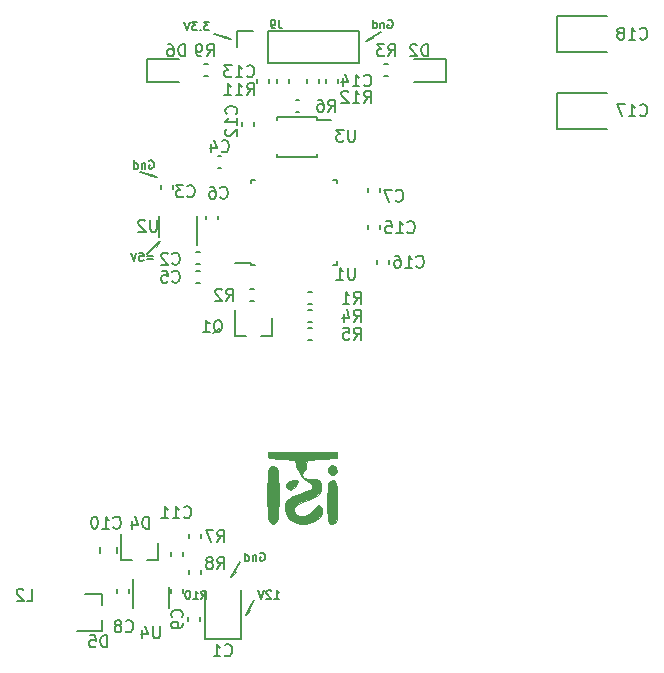
<source format=gbr>
G04 #@! TF.GenerationSoftware,KiCad,Pcbnew,(5.1.0-1252-g029b624e9)*
G04 #@! TF.CreationDate,2019-07-23T23:54:41+03:00*
G04 #@! TF.ProjectId,123,3132332e-6b69-4636-9164-5f7063625858,rev?*
G04 #@! TF.SameCoordinates,Original*
G04 #@! TF.FileFunction,Legend,Bot*
G04 #@! TF.FilePolarity,Positive*
%FSLAX46Y46*%
G04 Gerber Fmt 4.6, Leading zero omitted, Abs format (unit mm)*
G04 Created by KiCad (PCBNEW (5.1.0-1252-g029b624e9)) date 2019-07-23 23:54:41*
%MOMM*%
%LPD*%
G04 APERTURE LIST*
%ADD10C,0.120000*%
%ADD11C,0.150000*%
%ADD12C,0.010000*%
G04 APERTURE END LIST*
D10*
X96827311Y-93548337D02*
X96613913Y-94117950D01*
X97000517Y-93648336D02*
X96827311Y-93548337D01*
D11*
X96613913Y-94117950D02*
X97363912Y-92818913D01*
D10*
X96613913Y-94117950D02*
X97000517Y-93648336D01*
D11*
X99050000Y-92050000D02*
X99116666Y-92016666D01*
X99216666Y-92016666D01*
X99316666Y-92050000D01*
X99383333Y-92116666D01*
X99416666Y-92183333D01*
X99450000Y-92316666D01*
X99450000Y-92416666D01*
X99416666Y-92550000D01*
X99383333Y-92616666D01*
X99316666Y-92683333D01*
X99216666Y-92716666D01*
X99150000Y-92716666D01*
X99050000Y-92683333D01*
X99016666Y-92650000D01*
X99016666Y-92416666D01*
X99150000Y-92416666D01*
X98716666Y-92250000D02*
X98716666Y-92716666D01*
X98716666Y-92316666D02*
X98683333Y-92283333D01*
X98616666Y-92250000D01*
X98516666Y-92250000D01*
X98450000Y-92283333D01*
X98416666Y-92350000D01*
X98416666Y-92716666D01*
X97783333Y-92716666D02*
X97783333Y-92016666D01*
X97783333Y-92683333D02*
X97850000Y-92716666D01*
X97983333Y-92716666D01*
X98050000Y-92683333D01*
X98083333Y-92650000D01*
X98116666Y-92583333D01*
X98116666Y-92383333D01*
X98083333Y-92316666D01*
X98050000Y-92283333D01*
X97983333Y-92250000D01*
X97850000Y-92250000D01*
X97783333Y-92283333D01*
D10*
X97813913Y-97317950D02*
X98200517Y-96848336D01*
X98200517Y-96848336D02*
X98027311Y-96748337D01*
X98027311Y-96748337D02*
X97813913Y-97317950D01*
D11*
X97813913Y-97317950D02*
X98563912Y-96018913D01*
X100233333Y-95916666D02*
X100633333Y-95916666D01*
X100433333Y-95916666D02*
X100433333Y-95216666D01*
X100500000Y-95316666D01*
X100566666Y-95383333D01*
X100633333Y-95416666D01*
X99966666Y-95283333D02*
X99933333Y-95250000D01*
X99866666Y-95216666D01*
X99700000Y-95216666D01*
X99633333Y-95250000D01*
X99600000Y-95283333D01*
X99566666Y-95350000D01*
X99566666Y-95416666D01*
X99600000Y-95516666D01*
X100000000Y-95916666D01*
X99566666Y-95916666D01*
X99366666Y-95216666D02*
X99133333Y-95916666D01*
X98900000Y-95216666D01*
D10*
X108475489Y-48320334D02*
X108005875Y-48706935D01*
X108575488Y-48493539D02*
X108475489Y-48320334D01*
D11*
X108005875Y-48706935D02*
X109304914Y-47956938D01*
D10*
X108005875Y-48706935D02*
X108575488Y-48493539D01*
D11*
X109850000Y-46950000D02*
X109916666Y-46916666D01*
X110016666Y-46916666D01*
X110116666Y-46950000D01*
X110183333Y-47016666D01*
X110216666Y-47083333D01*
X110250000Y-47216666D01*
X110250000Y-47316666D01*
X110216666Y-47450000D01*
X110183333Y-47516666D01*
X110116666Y-47583333D01*
X110016666Y-47616666D01*
X109950000Y-47616666D01*
X109850000Y-47583333D01*
X109816666Y-47550000D01*
X109816666Y-47316666D01*
X109950000Y-47316666D01*
X109516666Y-47150000D02*
X109516666Y-47616666D01*
X109516666Y-47216666D02*
X109483333Y-47183333D01*
X109416666Y-47150000D01*
X109316666Y-47150000D01*
X109250000Y-47183333D01*
X109216666Y-47250000D01*
X109216666Y-47616666D01*
X108583333Y-47616666D02*
X108583333Y-46916666D01*
X108583333Y-47583333D02*
X108650000Y-47616666D01*
X108783333Y-47616666D01*
X108850000Y-47583333D01*
X108883333Y-47550000D01*
X108916666Y-47483333D01*
X108916666Y-47283333D01*
X108883333Y-47216666D01*
X108850000Y-47183333D01*
X108783333Y-47150000D01*
X108650000Y-47150000D01*
X108583333Y-47183333D01*
D10*
X96614963Y-48515206D02*
X96061290Y-48263321D01*
X96061290Y-48263321D02*
X96009525Y-48456507D01*
X96009525Y-48456507D02*
X96614963Y-48515206D01*
D11*
X96614963Y-48515206D02*
X95166074Y-48126977D01*
X94733333Y-47116666D02*
X94300000Y-47116666D01*
X94533333Y-47383333D01*
X94433333Y-47383333D01*
X94366666Y-47416666D01*
X94333333Y-47450000D01*
X94300000Y-47516666D01*
X94300000Y-47683333D01*
X94333333Y-47750000D01*
X94366666Y-47783333D01*
X94433333Y-47816666D01*
X94633333Y-47816666D01*
X94700000Y-47783333D01*
X94733333Y-47750000D01*
X94000000Y-47750000D02*
X93966666Y-47783333D01*
X94000000Y-47816666D01*
X94033333Y-47783333D01*
X94000000Y-47750000D01*
X94000000Y-47816666D01*
X93733333Y-47116666D02*
X93300000Y-47116666D01*
X93533333Y-47383333D01*
X93433333Y-47383333D01*
X93366666Y-47416666D01*
X93333333Y-47450000D01*
X93300000Y-47516666D01*
X93300000Y-47683333D01*
X93333333Y-47750000D01*
X93366666Y-47783333D01*
X93433333Y-47816666D01*
X93633333Y-47816666D01*
X93700000Y-47783333D01*
X93733333Y-47750000D01*
X93100000Y-47116666D02*
X92866666Y-47816666D01*
X92633333Y-47116666D01*
D10*
X89761290Y-59963321D02*
X89709525Y-60156507D01*
X90314963Y-60215206D02*
X89761290Y-59963321D01*
D11*
X90314963Y-60215206D02*
X88866074Y-59826977D01*
D10*
X89709525Y-60156507D02*
X90314963Y-60215206D01*
D11*
X89650000Y-58850000D02*
X89716666Y-58816666D01*
X89816666Y-58816666D01*
X89916666Y-58850000D01*
X89983333Y-58916666D01*
X90016666Y-58983333D01*
X90050000Y-59116666D01*
X90050000Y-59216666D01*
X90016666Y-59350000D01*
X89983333Y-59416666D01*
X89916666Y-59483333D01*
X89816666Y-59516666D01*
X89750000Y-59516666D01*
X89650000Y-59483333D01*
X89616666Y-59450000D01*
X89616666Y-59216666D01*
X89750000Y-59216666D01*
X89316666Y-59050000D02*
X89316666Y-59516666D01*
X89316666Y-59116666D02*
X89283333Y-59083333D01*
X89216666Y-59050000D01*
X89116666Y-59050000D01*
X89050000Y-59083333D01*
X89016666Y-59150000D01*
X89016666Y-59516666D01*
X88383333Y-59516666D02*
X88383333Y-58816666D01*
X88383333Y-59483333D02*
X88450000Y-59516666D01*
X88583333Y-59516666D01*
X88650000Y-59483333D01*
X88683333Y-59450000D01*
X88716666Y-59383333D01*
X88716666Y-59183333D01*
X88683333Y-59116666D01*
X88650000Y-59083333D01*
X88583333Y-59050000D01*
X88450000Y-59050000D01*
X88383333Y-59083333D01*
D10*
X90065685Y-65992893D02*
X90207107Y-66134315D01*
X90560660Y-65639340D02*
X90065685Y-65992893D01*
D11*
X90560660Y-65639340D02*
X89500000Y-66700000D01*
D10*
X90207107Y-66134315D02*
X90560660Y-65639340D01*
D11*
X90000000Y-66950000D02*
X89466666Y-66950000D01*
X89466666Y-67150000D02*
X90000000Y-67150000D01*
X88800000Y-66616666D02*
X89133333Y-66616666D01*
X89166666Y-66950000D01*
X89133333Y-66916666D01*
X89066666Y-66883333D01*
X88900000Y-66883333D01*
X88833333Y-66916666D01*
X88800000Y-66950000D01*
X88766666Y-67016666D01*
X88766666Y-67183333D01*
X88800000Y-67250000D01*
X88833333Y-67283333D01*
X88900000Y-67316666D01*
X89066666Y-67316666D01*
X89133333Y-67283333D01*
X89166666Y-67250000D01*
X88566666Y-66616666D02*
X88333333Y-67316666D01*
X88100000Y-66616666D01*
X100077000Y-73642000D02*
X100077000Y-72182000D01*
X96917000Y-73642000D02*
X96917000Y-71482000D01*
X96917000Y-73642000D02*
X97847000Y-73642000D01*
X100077000Y-73642000D02*
X99147000Y-73642000D01*
X94375000Y-99361000D02*
X94375000Y-95151000D01*
X97395000Y-99361000D02*
X94375000Y-99361000D01*
X97395000Y-95151000D02*
X97395000Y-99361000D01*
X107375000Y-47870000D02*
X107375000Y-50530000D01*
X99695000Y-47870000D02*
X107375000Y-47870000D01*
X99695000Y-50530000D02*
X107375000Y-50530000D01*
X99695000Y-47870000D02*
X99695000Y-50530000D01*
X98425000Y-47870000D02*
X97095000Y-47870000D01*
X97095000Y-47870000D02*
X97095000Y-49200000D01*
X90465000Y-65340000D02*
X90465000Y-63540000D01*
X93685000Y-63540000D02*
X93685000Y-65990000D01*
X86890395Y-92075473D02*
X86890395Y-91558317D01*
X85470395Y-92075473D02*
X85470395Y-91558317D01*
X103113721Y-74043000D02*
X103439279Y-74043000D01*
X103113721Y-73023000D02*
X103439279Y-73023000D01*
X103113721Y-72519000D02*
X103439279Y-72519000D01*
X103113721Y-71499000D02*
X103439279Y-71499000D01*
X104015001Y-52258279D02*
X104015001Y-51932721D01*
X102995001Y-52258279D02*
X102995001Y-51932721D01*
X101475000Y-52258279D02*
X101475000Y-51932721D01*
X100455000Y-52258279D02*
X100455000Y-51932721D01*
X92532395Y-95432674D02*
X92532395Y-95107116D01*
X91512395Y-95432674D02*
X91512395Y-95107116D01*
X94325221Y-51691000D02*
X94650779Y-51691000D01*
X94325221Y-50671000D02*
X94650779Y-50671000D01*
X94056395Y-93857674D02*
X94056395Y-93532116D01*
X93036395Y-93857674D02*
X93036395Y-93532116D01*
X93036395Y-90437116D02*
X93036395Y-90762674D01*
X94056395Y-90437116D02*
X94056395Y-90762674D01*
X102046720Y-54739000D02*
X102372278Y-54739000D01*
X102046720Y-53719000D02*
X102372278Y-53719000D01*
X109865279Y-50671000D02*
X109539721Y-50671000D01*
X109865279Y-51691000D02*
X109539721Y-51691000D01*
X98171721Y-70741000D02*
X98497279Y-70741000D01*
X98171721Y-69721000D02*
X98497279Y-69721000D01*
X103113721Y-70995000D02*
X103439279Y-70995000D01*
X103113721Y-69975000D02*
X103439279Y-69975000D01*
X88287395Y-96672396D02*
X88287395Y-94242396D01*
X91357395Y-94912396D02*
X91357395Y-96672396D01*
X85670396Y-95522395D02*
X85670396Y-96452395D01*
X85670396Y-98682395D02*
X85670396Y-97752395D01*
X85670396Y-98682395D02*
X83510396Y-98682395D01*
X85670396Y-95522395D02*
X84210396Y-95522395D01*
X90427395Y-92639395D02*
X89497395Y-92639395D01*
X87267395Y-92639395D02*
X88197395Y-92639395D01*
X87267395Y-92639395D02*
X87267395Y-90479395D01*
X90427395Y-92639395D02*
X90427395Y-91179395D01*
X92962000Y-97488221D02*
X92962000Y-97813779D01*
X93982000Y-97488221D02*
X93982000Y-97813779D01*
X108964000Y-67274221D02*
X108964000Y-67599779D01*
X109984000Y-67274221D02*
X109984000Y-67599779D01*
X108202000Y-64289721D02*
X108202000Y-64615279D01*
X109222000Y-64289721D02*
X109222000Y-64615279D01*
X94486000Y-63489721D02*
X94486000Y-63815279D01*
X95506000Y-63489721D02*
X95506000Y-63815279D01*
X105666000Y-52258279D02*
X105666000Y-51932721D01*
X104646000Y-52258279D02*
X104646000Y-51932721D01*
X98804000Y-51932721D02*
X98804000Y-52258279D01*
X99824000Y-51932721D02*
X99824000Y-52258279D01*
X98554000Y-55905278D02*
X98554000Y-55579720D01*
X97534000Y-55905278D02*
X97534000Y-55579720D01*
X92532395Y-92286674D02*
X92532395Y-91961116D01*
X91512395Y-92286674D02*
X91512395Y-91961116D01*
X87960395Y-95432673D02*
X87960395Y-95107115D01*
X86940395Y-95432673D02*
X86940395Y-95107115D01*
X109222000Y-61503779D02*
X109222000Y-61178221D01*
X108202000Y-61503779D02*
X108202000Y-61178221D01*
X93649721Y-69217000D02*
X93975279Y-69217000D01*
X93649721Y-68197000D02*
X93975279Y-68197000D01*
X95768279Y-58418000D02*
X95442721Y-58418000D01*
X95768279Y-59438000D02*
X95442721Y-59438000D01*
X91635000Y-61224279D02*
X91635000Y-60898721D01*
X90615000Y-61224279D02*
X90615000Y-60898721D01*
X93649721Y-67627000D02*
X93975279Y-67627000D01*
X93649721Y-66607000D02*
X93975279Y-66607000D01*
X112108500Y-50221000D02*
X114793500Y-50221000D01*
X114793500Y-50221000D02*
X114793500Y-52141000D01*
X114793500Y-52141000D02*
X112108500Y-52141000D01*
X92137500Y-52141000D02*
X89452500Y-52141000D01*
X89452500Y-52141000D02*
X89452500Y-50221000D01*
X89452500Y-50221000D02*
X92137500Y-50221000D01*
X124172500Y-53100000D02*
X128382500Y-53100000D01*
X124172500Y-56120000D02*
X124172500Y-53100000D01*
X128382500Y-56120000D02*
X124172500Y-56120000D01*
X124172500Y-46623000D02*
X128382500Y-46623000D01*
X124172500Y-49643000D02*
X124172500Y-46623000D01*
X128382500Y-49643000D02*
X124172500Y-49643000D01*
D12*
G36*
X104999122Y-85930734D02*
G01*
X104884638Y-86057061D01*
X104806676Y-86298996D01*
X104759367Y-86682226D01*
X104736839Y-87232434D01*
X104732667Y-87746417D01*
X104740987Y-88432759D01*
X104769862Y-88933628D01*
X104825161Y-89274711D01*
X104912757Y-89481689D01*
X105038519Y-89580250D01*
X105156000Y-89598500D01*
X105367094Y-89513340D01*
X105469777Y-89393791D01*
X105510240Y-89215632D01*
X105543958Y-88871808D01*
X105567874Y-88408289D01*
X105578931Y-87871044D01*
X105579334Y-87746417D01*
X105571014Y-87060075D01*
X105542139Y-86559205D01*
X105486840Y-86218123D01*
X105399244Y-86011144D01*
X105273482Y-85912584D01*
X105156000Y-85894334D01*
X104999122Y-85930734D01*
X104999122Y-85930734D01*
G37*
X104999122Y-85930734D02*
X104884638Y-86057061D01*
X104806676Y-86298996D01*
X104759367Y-86682226D01*
X104736839Y-87232434D01*
X104732667Y-87746417D01*
X104740987Y-88432759D01*
X104769862Y-88933628D01*
X104825161Y-89274711D01*
X104912757Y-89481689D01*
X105038519Y-89580250D01*
X105156000Y-89598500D01*
X105367094Y-89513340D01*
X105469777Y-89393791D01*
X105510240Y-89215632D01*
X105543958Y-88871808D01*
X105567874Y-88408289D01*
X105578931Y-87871044D01*
X105579334Y-87746417D01*
X105571014Y-87060075D01*
X105542139Y-86559205D01*
X105486840Y-86218123D01*
X105399244Y-86011144D01*
X105273482Y-85912584D01*
X105156000Y-85894334D01*
X104999122Y-85930734D01*
G36*
X99705584Y-83777667D02*
G01*
X99712364Y-83893449D01*
X99757233Y-83971264D01*
X99876980Y-84021146D01*
X100108398Y-84053130D01*
X100488275Y-84077248D01*
X100869750Y-84095167D01*
X102033917Y-84148084D01*
X102066461Y-84597875D01*
X102120176Y-84910623D01*
X102217780Y-85044545D01*
X102238440Y-85047667D01*
X102354868Y-85139379D01*
X102440377Y-85360200D01*
X102440917Y-85362872D01*
X102565592Y-85634332D01*
X102844436Y-85840722D01*
X102894379Y-85865580D01*
X103267620Y-86098377D01*
X103443833Y-86339287D01*
X103416135Y-86578477D01*
X103405696Y-86595992D01*
X103260017Y-86705311D01*
X102964900Y-86848603D01*
X102574216Y-87000954D01*
X102408809Y-87057046D01*
X101858323Y-87258759D01*
X101486637Y-87461114D01*
X101262879Y-87693718D01*
X101156172Y-87986179D01*
X101134334Y-88279188D01*
X101227401Y-88771599D01*
X101498150Y-89156205D01*
X101933899Y-89417752D01*
X102132222Y-89479731D01*
X102542837Y-89567954D01*
X102854659Y-89581972D01*
X103168278Y-89518639D01*
X103405699Y-89439873D01*
X103777856Y-89241861D01*
X104067632Y-88965785D01*
X104246583Y-88657045D01*
X104286259Y-88361044D01*
X104202360Y-88168376D01*
X104011997Y-88027383D01*
X103814900Y-88075147D01*
X103592096Y-88318974D01*
X103516846Y-88432333D01*
X103211120Y-88786170D01*
X102853426Y-88940552D01*
X102417294Y-88906150D01*
X102372026Y-88893796D01*
X102089507Y-88735469D01*
X101921435Y-88491664D01*
X101898305Y-88225582D01*
X101975067Y-88071067D01*
X102140061Y-87960943D01*
X102446005Y-87825658D01*
X102828966Y-87693205D01*
X102857916Y-87684492D01*
X103492638Y-87438054D01*
X103927897Y-87137113D01*
X104161248Y-86783769D01*
X104203500Y-86530517D01*
X104161350Y-86135640D01*
X104011799Y-85904597D01*
X103720198Y-85802453D01*
X103467599Y-85788500D01*
X103127145Y-85775815D01*
X102858396Y-85743700D01*
X102783406Y-85724261D01*
X102664537Y-85594975D01*
X102615381Y-85382342D01*
X102637827Y-85172947D01*
X102733760Y-85053379D01*
X102768665Y-85047667D01*
X102884378Y-84954756D01*
X102947811Y-84668569D01*
X102953874Y-84597875D01*
X102986417Y-84148084D01*
X105526417Y-84042250D01*
X105526417Y-83513084D01*
X99705584Y-83513084D01*
X99705584Y-83777667D01*
X99705584Y-83777667D01*
G37*
X99705584Y-83777667D02*
X99712364Y-83893449D01*
X99757233Y-83971264D01*
X99876980Y-84021146D01*
X100108398Y-84053130D01*
X100488275Y-84077248D01*
X100869750Y-84095167D01*
X102033917Y-84148084D01*
X102066461Y-84597875D01*
X102120176Y-84910623D01*
X102217780Y-85044545D01*
X102238440Y-85047667D01*
X102354868Y-85139379D01*
X102440377Y-85360200D01*
X102440917Y-85362872D01*
X102565592Y-85634332D01*
X102844436Y-85840722D01*
X102894379Y-85865580D01*
X103267620Y-86098377D01*
X103443833Y-86339287D01*
X103416135Y-86578477D01*
X103405696Y-86595992D01*
X103260017Y-86705311D01*
X102964900Y-86848603D01*
X102574216Y-87000954D01*
X102408809Y-87057046D01*
X101858323Y-87258759D01*
X101486637Y-87461114D01*
X101262879Y-87693718D01*
X101156172Y-87986179D01*
X101134334Y-88279188D01*
X101227401Y-88771599D01*
X101498150Y-89156205D01*
X101933899Y-89417752D01*
X102132222Y-89479731D01*
X102542837Y-89567954D01*
X102854659Y-89581972D01*
X103168278Y-89518639D01*
X103405699Y-89439873D01*
X103777856Y-89241861D01*
X104067632Y-88965785D01*
X104246583Y-88657045D01*
X104286259Y-88361044D01*
X104202360Y-88168376D01*
X104011997Y-88027383D01*
X103814900Y-88075147D01*
X103592096Y-88318974D01*
X103516846Y-88432333D01*
X103211120Y-88786170D01*
X102853426Y-88940552D01*
X102417294Y-88906150D01*
X102372026Y-88893796D01*
X102089507Y-88735469D01*
X101921435Y-88491664D01*
X101898305Y-88225582D01*
X101975067Y-88071067D01*
X102140061Y-87960943D01*
X102446005Y-87825658D01*
X102828966Y-87693205D01*
X102857916Y-87684492D01*
X103492638Y-87438054D01*
X103927897Y-87137113D01*
X104161248Y-86783769D01*
X104203500Y-86530517D01*
X104161350Y-86135640D01*
X104011799Y-85904597D01*
X103720198Y-85802453D01*
X103467599Y-85788500D01*
X103127145Y-85775815D01*
X102858396Y-85743700D01*
X102783406Y-85724261D01*
X102664537Y-85594975D01*
X102615381Y-85382342D01*
X102637827Y-85172947D01*
X102733760Y-85053379D01*
X102768665Y-85047667D01*
X102884378Y-84954756D01*
X102947811Y-84668569D01*
X102953874Y-84597875D01*
X102986417Y-84148084D01*
X105526417Y-84042250D01*
X105526417Y-83513084D01*
X99705584Y-83513084D01*
X99705584Y-83777667D01*
G36*
X100012660Y-84666902D02*
G01*
X99817418Y-84859549D01*
X99757877Y-84979689D01*
X99714049Y-85165288D01*
X99683774Y-85445864D01*
X99664893Y-85850939D01*
X99655246Y-86410032D01*
X99652667Y-87111417D01*
X99655537Y-87844335D01*
X99665588Y-88395166D01*
X99684979Y-88793431D01*
X99715869Y-89068648D01*
X99760419Y-89250339D01*
X99817418Y-89363285D01*
X99990081Y-89539094D01*
X100128917Y-89598500D01*
X100294198Y-89519125D01*
X100440416Y-89363285D01*
X100499957Y-89243144D01*
X100543785Y-89057546D01*
X100574060Y-88776969D01*
X100592941Y-88371895D01*
X100602588Y-87812802D01*
X100605167Y-87111417D01*
X100602297Y-86378499D01*
X100592246Y-85827667D01*
X100572856Y-85429403D01*
X100541965Y-85154185D01*
X100497415Y-84972495D01*
X100440416Y-84859549D01*
X100226010Y-84657405D01*
X100012660Y-84666902D01*
X100012660Y-84666902D01*
G37*
X100012660Y-84666902D02*
X99817418Y-84859549D01*
X99757877Y-84979689D01*
X99714049Y-85165288D01*
X99683774Y-85445864D01*
X99664893Y-85850939D01*
X99655246Y-86410032D01*
X99652667Y-87111417D01*
X99655537Y-87844335D01*
X99665588Y-88395166D01*
X99684979Y-88793431D01*
X99715869Y-89068648D01*
X99760419Y-89250339D01*
X99817418Y-89363285D01*
X99990081Y-89539094D01*
X100128917Y-89598500D01*
X100294198Y-89519125D01*
X100440416Y-89363285D01*
X100499957Y-89243144D01*
X100543785Y-89057546D01*
X100574060Y-88776969D01*
X100592941Y-88371895D01*
X100602588Y-87812802D01*
X100605167Y-87111417D01*
X100602297Y-86378499D01*
X100592246Y-85827667D01*
X100572856Y-85429403D01*
X100541965Y-85154185D01*
X100497415Y-84972495D01*
X100440416Y-84859549D01*
X100226010Y-84657405D01*
X100012660Y-84666902D01*
G36*
X101579905Y-85918652D02*
G01*
X101412343Y-86015910D01*
X101328172Y-86155783D01*
X101263195Y-86398260D01*
X101343399Y-86579116D01*
X101548742Y-86726466D01*
X101759466Y-86668760D01*
X101956441Y-86449959D01*
X102158727Y-86149612D01*
X102234758Y-85983421D01*
X102179011Y-85911682D01*
X101985964Y-85894693D01*
X101879144Y-85894334D01*
X101579905Y-85918652D01*
X101579905Y-85918652D01*
G37*
X101579905Y-85918652D02*
X101412343Y-86015910D01*
X101328172Y-86155783D01*
X101263195Y-86398260D01*
X101343399Y-86579116D01*
X101548742Y-86726466D01*
X101759466Y-86668760D01*
X101956441Y-86449959D01*
X102158727Y-86149612D01*
X102234758Y-85983421D01*
X102179011Y-85911682D01*
X101985964Y-85894693D01*
X101879144Y-85894334D01*
X101579905Y-85918652D01*
G36*
X104970792Y-84689135D02*
G01*
X104780574Y-84907666D01*
X104764132Y-85170767D01*
X104842720Y-85317334D01*
X105075737Y-85457089D01*
X105336716Y-85422723D01*
X105469281Y-85317334D01*
X105561796Y-85081256D01*
X105504206Y-84850899D01*
X105341576Y-84683056D01*
X105118973Y-84634520D01*
X104970792Y-84689135D01*
X104970792Y-84689135D01*
G37*
X104970792Y-84689135D02*
X104780574Y-84907666D01*
X104764132Y-85170767D01*
X104842720Y-85317334D01*
X105075737Y-85457089D01*
X105336716Y-85422723D01*
X105469281Y-85317334D01*
X105561796Y-85081256D01*
X105504206Y-84850899D01*
X105341576Y-84683056D01*
X105118973Y-84634520D01*
X104970792Y-84689135D01*
D11*
X103824000Y-55180000D02*
X103824000Y-55355000D01*
X100474000Y-55180000D02*
X100474000Y-55430000D01*
X100474000Y-58530000D02*
X100474000Y-58280000D01*
X103824000Y-58530000D02*
X103824000Y-58280000D01*
X103824000Y-55180000D02*
X100474000Y-55180000D01*
X103824000Y-58530000D02*
X100474000Y-58530000D01*
X103824000Y-55355000D02*
X105074000Y-55355000D01*
X98297000Y-67690000D02*
X98297000Y-67465000D01*
X105547000Y-67690000D02*
X105547000Y-67365000D01*
X105547000Y-60440000D02*
X105547000Y-60765000D01*
X98297000Y-60440000D02*
X98297000Y-60765000D01*
X98297000Y-67690000D02*
X98622000Y-67690000D01*
X98297000Y-60440000D02*
X98622000Y-60440000D01*
X105547000Y-60440000D02*
X105222000Y-60440000D01*
X105547000Y-67690000D02*
X105222000Y-67690000D01*
X98297000Y-67465000D02*
X96872000Y-67465000D01*
X95091238Y-73429619D02*
X95186476Y-73382000D01*
X95281714Y-73286761D01*
X95424571Y-73143904D01*
X95519809Y-73096285D01*
X95615047Y-73096285D01*
X95567428Y-73334380D02*
X95662666Y-73286761D01*
X95757904Y-73191523D01*
X95805523Y-73001047D01*
X95805523Y-72667714D01*
X95757904Y-72477238D01*
X95662666Y-72382000D01*
X95567428Y-72334380D01*
X95376952Y-72334380D01*
X95281714Y-72382000D01*
X95186476Y-72477238D01*
X95138857Y-72667714D01*
X95138857Y-73001047D01*
X95186476Y-73191523D01*
X95281714Y-73286761D01*
X95376952Y-73334380D01*
X95567428Y-73334380D01*
X94186476Y-73334380D02*
X94757904Y-73334380D01*
X94472190Y-73334380D02*
X94472190Y-72334380D01*
X94567428Y-72477238D01*
X94662666Y-72572476D01*
X94757904Y-72620095D01*
X96051666Y-100687142D02*
X96099285Y-100734761D01*
X96242142Y-100782380D01*
X96337380Y-100782380D01*
X96480238Y-100734761D01*
X96575476Y-100639523D01*
X96623095Y-100544285D01*
X96670714Y-100353809D01*
X96670714Y-100210952D01*
X96623095Y-100020476D01*
X96575476Y-99925238D01*
X96480238Y-99830000D01*
X96337380Y-99782380D01*
X96242142Y-99782380D01*
X96099285Y-99830000D01*
X96051666Y-99877619D01*
X95099285Y-100782380D02*
X95670714Y-100782380D01*
X95385000Y-100782380D02*
X95385000Y-99782380D01*
X95480238Y-99925238D01*
X95575476Y-100020476D01*
X95670714Y-100068095D01*
X100633333Y-46916666D02*
X100633333Y-47416666D01*
X100666666Y-47516666D01*
X100733333Y-47583333D01*
X100833333Y-47616666D01*
X100900000Y-47616666D01*
X100266666Y-47616666D02*
X100133333Y-47616666D01*
X100066666Y-47583333D01*
X100033333Y-47550000D01*
X99966666Y-47450000D01*
X99933333Y-47316666D01*
X99933333Y-47050000D01*
X99966666Y-46983333D01*
X100000000Y-46950000D01*
X100066666Y-46916666D01*
X100200000Y-46916666D01*
X100266666Y-46950000D01*
X100300000Y-46983333D01*
X100333333Y-47050000D01*
X100333333Y-47216666D01*
X100300000Y-47283333D01*
X100266666Y-47316666D01*
X100200000Y-47350000D01*
X100066666Y-47350000D01*
X100000000Y-47316666D01*
X99966666Y-47283333D01*
X99933333Y-47216666D01*
X90296904Y-63841380D02*
X90296904Y-64650904D01*
X90249285Y-64746142D01*
X90201666Y-64793761D01*
X90106428Y-64841380D01*
X89915952Y-64841380D01*
X89820714Y-64793761D01*
X89773095Y-64746142D01*
X89725476Y-64650904D01*
X89725476Y-63841380D01*
X89296904Y-63936619D02*
X89249285Y-63889000D01*
X89154047Y-63841380D01*
X88915952Y-63841380D01*
X88820714Y-63889000D01*
X88773095Y-63936619D01*
X88725476Y-64031857D01*
X88725476Y-64127095D01*
X88773095Y-64269952D01*
X89344523Y-64841380D01*
X88725476Y-64841380D01*
X86621857Y-89892142D02*
X86669476Y-89939761D01*
X86812333Y-89987380D01*
X86907571Y-89987380D01*
X87050428Y-89939761D01*
X87145666Y-89844523D01*
X87193285Y-89749285D01*
X87240904Y-89558809D01*
X87240904Y-89415952D01*
X87193285Y-89225476D01*
X87145666Y-89130238D01*
X87050428Y-89035000D01*
X86907571Y-88987380D01*
X86812333Y-88987380D01*
X86669476Y-89035000D01*
X86621857Y-89082619D01*
X85669476Y-89987380D02*
X86240904Y-89987380D01*
X85955190Y-89987380D02*
X85955190Y-88987380D01*
X86050428Y-89130238D01*
X86145666Y-89225476D01*
X86240904Y-89273095D01*
X85050428Y-88987380D02*
X84955190Y-88987380D01*
X84859952Y-89035000D01*
X84812333Y-89082619D01*
X84764714Y-89177857D01*
X84717095Y-89368333D01*
X84717095Y-89606428D01*
X84764714Y-89796904D01*
X84812333Y-89892142D01*
X84859952Y-89939761D01*
X84955190Y-89987380D01*
X85050428Y-89987380D01*
X85145666Y-89939761D01*
X85193285Y-89892142D01*
X85240904Y-89796904D01*
X85288523Y-89606428D01*
X85288523Y-89368333D01*
X85240904Y-89177857D01*
X85193285Y-89082619D01*
X85145666Y-89035000D01*
X85050428Y-88987380D01*
X106973666Y-73985380D02*
X107307000Y-73509190D01*
X107545095Y-73985380D02*
X107545095Y-72985380D01*
X107164142Y-72985380D01*
X107068904Y-73033000D01*
X107021285Y-73080619D01*
X106973666Y-73175857D01*
X106973666Y-73318714D01*
X107021285Y-73413952D01*
X107068904Y-73461571D01*
X107164142Y-73509190D01*
X107545095Y-73509190D01*
X106068904Y-72985380D02*
X106545095Y-72985380D01*
X106592714Y-73461571D01*
X106545095Y-73413952D01*
X106449857Y-73366333D01*
X106211761Y-73366333D01*
X106116523Y-73413952D01*
X106068904Y-73461571D01*
X106021285Y-73556809D01*
X106021285Y-73794904D01*
X106068904Y-73890142D01*
X106116523Y-73937761D01*
X106211761Y-73985380D01*
X106449857Y-73985380D01*
X106545095Y-73937761D01*
X106592714Y-73890142D01*
X106973666Y-72461380D02*
X107307000Y-71985190D01*
X107545095Y-72461380D02*
X107545095Y-71461380D01*
X107164142Y-71461380D01*
X107068904Y-71509000D01*
X107021285Y-71556619D01*
X106973666Y-71651857D01*
X106973666Y-71794714D01*
X107021285Y-71889952D01*
X107068904Y-71937571D01*
X107164142Y-71985190D01*
X107545095Y-71985190D01*
X106116523Y-71794714D02*
X106116523Y-72461380D01*
X106354619Y-71413761D02*
X106592714Y-72128047D01*
X105973666Y-72128047D01*
X107830857Y-53919380D02*
X108164190Y-53443190D01*
X108402285Y-53919380D02*
X108402285Y-52919380D01*
X108021333Y-52919380D01*
X107926095Y-52967000D01*
X107878476Y-53014619D01*
X107830857Y-53109857D01*
X107830857Y-53252714D01*
X107878476Y-53347952D01*
X107926095Y-53395571D01*
X108021333Y-53443190D01*
X108402285Y-53443190D01*
X106878476Y-53919380D02*
X107449904Y-53919380D01*
X107164190Y-53919380D02*
X107164190Y-52919380D01*
X107259428Y-53062238D01*
X107354666Y-53157476D01*
X107449904Y-53205095D01*
X106497523Y-53014619D02*
X106449904Y-52967000D01*
X106354666Y-52919380D01*
X106116571Y-52919380D01*
X106021333Y-52967000D01*
X105973714Y-53014619D01*
X105926095Y-53109857D01*
X105926095Y-53205095D01*
X105973714Y-53347952D01*
X106545142Y-53919380D01*
X105926095Y-53919380D01*
X97924857Y-53284380D02*
X98258190Y-52808190D01*
X98496285Y-53284380D02*
X98496285Y-52284380D01*
X98115333Y-52284380D01*
X98020095Y-52332000D01*
X97972476Y-52379619D01*
X97924857Y-52474857D01*
X97924857Y-52617714D01*
X97972476Y-52712952D01*
X98020095Y-52760571D01*
X98115333Y-52808190D01*
X98496285Y-52808190D01*
X96972476Y-53284380D02*
X97543904Y-53284380D01*
X97258190Y-53284380D02*
X97258190Y-52284380D01*
X97353428Y-52427238D01*
X97448666Y-52522476D01*
X97543904Y-52570095D01*
X96020095Y-53284380D02*
X96591523Y-53284380D01*
X96305809Y-53284380D02*
X96305809Y-52284380D01*
X96401047Y-52427238D01*
X96496285Y-52522476D01*
X96591523Y-52570095D01*
X94050000Y-95947666D02*
X94283333Y-95614333D01*
X94450000Y-95947666D02*
X94450000Y-95247666D01*
X94183333Y-95247666D01*
X94116666Y-95281000D01*
X94083333Y-95314333D01*
X94050000Y-95381000D01*
X94050000Y-95481000D01*
X94083333Y-95547666D01*
X94116666Y-95581000D01*
X94183333Y-95614333D01*
X94450000Y-95614333D01*
X93383333Y-95947666D02*
X93783333Y-95947666D01*
X93583333Y-95947666D02*
X93583333Y-95247666D01*
X93650000Y-95347666D01*
X93716666Y-95414333D01*
X93783333Y-95447666D01*
X92950000Y-95247666D02*
X92883333Y-95247666D01*
X92816666Y-95281000D01*
X92783333Y-95314333D01*
X92750000Y-95381000D01*
X92716666Y-95514333D01*
X92716666Y-95681000D01*
X92750000Y-95814333D01*
X92783333Y-95881000D01*
X92816666Y-95914333D01*
X92883333Y-95947666D01*
X92950000Y-95947666D01*
X93016666Y-95914333D01*
X93050000Y-95881000D01*
X93083333Y-95814333D01*
X93116666Y-95681000D01*
X93116666Y-95514333D01*
X93083333Y-95381000D01*
X93050000Y-95314333D01*
X93016666Y-95281000D01*
X92950000Y-95247666D01*
X94527666Y-49982380D02*
X94861000Y-49506190D01*
X95099095Y-49982380D02*
X95099095Y-48982380D01*
X94718142Y-48982380D01*
X94622904Y-49030000D01*
X94575285Y-49077619D01*
X94527666Y-49172857D01*
X94527666Y-49315714D01*
X94575285Y-49410952D01*
X94622904Y-49458571D01*
X94718142Y-49506190D01*
X95099095Y-49506190D01*
X94051476Y-49982380D02*
X93861000Y-49982380D01*
X93765761Y-49934761D01*
X93718142Y-49887142D01*
X93622904Y-49744285D01*
X93575285Y-49553809D01*
X93575285Y-49172857D01*
X93622904Y-49077619D01*
X93670523Y-49030000D01*
X93765761Y-48982380D01*
X93956238Y-48982380D01*
X94051476Y-49030000D01*
X94099095Y-49077619D01*
X94146714Y-49172857D01*
X94146714Y-49410952D01*
X94099095Y-49506190D01*
X94051476Y-49553809D01*
X93956238Y-49601428D01*
X93765761Y-49601428D01*
X93670523Y-49553809D01*
X93622904Y-49506190D01*
X93575285Y-49410952D01*
X95416666Y-93416380D02*
X95750000Y-92940190D01*
X95988095Y-93416380D02*
X95988095Y-92416380D01*
X95607142Y-92416380D01*
X95511904Y-92464000D01*
X95464285Y-92511619D01*
X95416666Y-92606857D01*
X95416666Y-92749714D01*
X95464285Y-92844952D01*
X95511904Y-92892571D01*
X95607142Y-92940190D01*
X95988095Y-92940190D01*
X94845238Y-92844952D02*
X94940476Y-92797333D01*
X94988095Y-92749714D01*
X95035714Y-92654476D01*
X95035714Y-92606857D01*
X94988095Y-92511619D01*
X94940476Y-92464000D01*
X94845238Y-92416380D01*
X94654761Y-92416380D01*
X94559523Y-92464000D01*
X94511904Y-92511619D01*
X94464285Y-92606857D01*
X94464285Y-92654476D01*
X94511904Y-92749714D01*
X94559523Y-92797333D01*
X94654761Y-92844952D01*
X94845238Y-92844952D01*
X94940476Y-92892571D01*
X94988095Y-92940190D01*
X95035714Y-93035428D01*
X95035714Y-93225904D01*
X94988095Y-93321142D01*
X94940476Y-93368761D01*
X94845238Y-93416380D01*
X94654761Y-93416380D01*
X94559523Y-93368761D01*
X94511904Y-93321142D01*
X94464285Y-93225904D01*
X94464285Y-93035428D01*
X94511904Y-92940190D01*
X94559523Y-92892571D01*
X94654761Y-92844952D01*
X95416666Y-91130380D02*
X95750000Y-90654190D01*
X95988095Y-91130380D02*
X95988095Y-90130380D01*
X95607142Y-90130380D01*
X95511904Y-90178000D01*
X95464285Y-90225619D01*
X95416666Y-90320857D01*
X95416666Y-90463714D01*
X95464285Y-90558952D01*
X95511904Y-90606571D01*
X95607142Y-90654190D01*
X95988095Y-90654190D01*
X95083333Y-90130380D02*
X94416666Y-90130380D01*
X94845238Y-91130380D01*
X104814666Y-54681380D02*
X105148000Y-54205190D01*
X105386095Y-54681380D02*
X105386095Y-53681380D01*
X105005142Y-53681380D01*
X104909904Y-53729000D01*
X104862285Y-53776619D01*
X104814666Y-53871857D01*
X104814666Y-54014714D01*
X104862285Y-54109952D01*
X104909904Y-54157571D01*
X105005142Y-54205190D01*
X105386095Y-54205190D01*
X103957523Y-53681380D02*
X104148000Y-53681380D01*
X104243238Y-53729000D01*
X104290857Y-53776619D01*
X104386095Y-53919476D01*
X104433714Y-54109952D01*
X104433714Y-54490904D01*
X104386095Y-54586142D01*
X104338476Y-54633761D01*
X104243238Y-54681380D01*
X104052761Y-54681380D01*
X103957523Y-54633761D01*
X103909904Y-54586142D01*
X103862285Y-54490904D01*
X103862285Y-54252809D01*
X103909904Y-54157571D01*
X103957523Y-54109952D01*
X104052761Y-54062333D01*
X104243238Y-54062333D01*
X104338476Y-54109952D01*
X104386095Y-54157571D01*
X104433714Y-54252809D01*
X109894666Y-49982380D02*
X110228000Y-49506190D01*
X110466095Y-49982380D02*
X110466095Y-48982380D01*
X110085142Y-48982380D01*
X109989904Y-49030000D01*
X109942285Y-49077619D01*
X109894666Y-49172857D01*
X109894666Y-49315714D01*
X109942285Y-49410952D01*
X109989904Y-49458571D01*
X110085142Y-49506190D01*
X110466095Y-49506190D01*
X109561333Y-48982380D02*
X108942285Y-48982380D01*
X109275619Y-49363333D01*
X109132761Y-49363333D01*
X109037523Y-49410952D01*
X108989904Y-49458571D01*
X108942285Y-49553809D01*
X108942285Y-49791904D01*
X108989904Y-49887142D01*
X109037523Y-49934761D01*
X109132761Y-49982380D01*
X109418476Y-49982380D01*
X109513714Y-49934761D01*
X109561333Y-49887142D01*
X96178666Y-70683380D02*
X96512000Y-70207190D01*
X96750095Y-70683380D02*
X96750095Y-69683380D01*
X96369142Y-69683380D01*
X96273904Y-69731000D01*
X96226285Y-69778619D01*
X96178666Y-69873857D01*
X96178666Y-70016714D01*
X96226285Y-70111952D01*
X96273904Y-70159571D01*
X96369142Y-70207190D01*
X96750095Y-70207190D01*
X95797714Y-69778619D02*
X95750095Y-69731000D01*
X95654857Y-69683380D01*
X95416761Y-69683380D01*
X95321523Y-69731000D01*
X95273904Y-69778619D01*
X95226285Y-69873857D01*
X95226285Y-69969095D01*
X95273904Y-70111952D01*
X95845333Y-70683380D01*
X95226285Y-70683380D01*
X106973666Y-70937380D02*
X107307000Y-70461190D01*
X107545095Y-70937380D02*
X107545095Y-69937380D01*
X107164142Y-69937380D01*
X107068904Y-69985000D01*
X107021285Y-70032619D01*
X106973666Y-70127857D01*
X106973666Y-70270714D01*
X107021285Y-70365952D01*
X107068904Y-70413571D01*
X107164142Y-70461190D01*
X107545095Y-70461190D01*
X106021285Y-70937380D02*
X106592714Y-70937380D01*
X106307000Y-70937380D02*
X106307000Y-69937380D01*
X106402238Y-70080238D01*
X106497476Y-70175476D01*
X106592714Y-70223095D01*
X90550904Y-98258380D02*
X90550904Y-99067904D01*
X90503285Y-99163142D01*
X90455666Y-99210761D01*
X90360428Y-99258380D01*
X90169952Y-99258380D01*
X90074714Y-99210761D01*
X90027095Y-99163142D01*
X89979476Y-99067904D01*
X89979476Y-98258380D01*
X89074714Y-98591714D02*
X89074714Y-99258380D01*
X89312809Y-98210761D02*
X89550904Y-98925047D01*
X88931857Y-98925047D01*
X86082095Y-100020380D02*
X86082095Y-99020380D01*
X85844000Y-99020380D01*
X85701142Y-99068000D01*
X85605904Y-99163238D01*
X85558285Y-99258476D01*
X85510666Y-99448952D01*
X85510666Y-99591809D01*
X85558285Y-99782285D01*
X85605904Y-99877523D01*
X85701142Y-99972761D01*
X85844000Y-100020380D01*
X86082095Y-100020380D01*
X84605904Y-99020380D02*
X85082095Y-99020380D01*
X85129714Y-99496571D01*
X85082095Y-99448952D01*
X84986857Y-99401333D01*
X84748761Y-99401333D01*
X84653523Y-99448952D01*
X84605904Y-99496571D01*
X84558285Y-99591809D01*
X84558285Y-99829904D01*
X84605904Y-99925142D01*
X84653523Y-99972761D01*
X84748761Y-100020380D01*
X84986857Y-100020380D01*
X85082095Y-99972761D01*
X85129714Y-99925142D01*
X89638095Y-89987380D02*
X89638095Y-88987380D01*
X89400000Y-88987380D01*
X89257142Y-89035000D01*
X89161904Y-89130238D01*
X89114285Y-89225476D01*
X89066666Y-89415952D01*
X89066666Y-89558809D01*
X89114285Y-89749285D01*
X89161904Y-89844523D01*
X89257142Y-89939761D01*
X89400000Y-89987380D01*
X89638095Y-89987380D01*
X88209523Y-89320714D02*
X88209523Y-89987380D01*
X88447619Y-88939761D02*
X88685714Y-89654047D01*
X88066666Y-89654047D01*
X92399142Y-97484333D02*
X92446761Y-97436714D01*
X92494380Y-97293857D01*
X92494380Y-97198619D01*
X92446761Y-97055761D01*
X92351523Y-96960523D01*
X92256285Y-96912904D01*
X92065809Y-96865285D01*
X91922952Y-96865285D01*
X91732476Y-96912904D01*
X91637238Y-96960523D01*
X91542000Y-97055761D01*
X91494380Y-97198619D01*
X91494380Y-97293857D01*
X91542000Y-97436714D01*
X91589619Y-97484333D01*
X92494380Y-97960523D02*
X92494380Y-98151000D01*
X92446761Y-98246238D01*
X92399142Y-98293857D01*
X92256285Y-98389095D01*
X92065809Y-98436714D01*
X91684857Y-98436714D01*
X91589619Y-98389095D01*
X91542000Y-98341476D01*
X91494380Y-98246238D01*
X91494380Y-98055761D01*
X91542000Y-97960523D01*
X91589619Y-97912904D01*
X91684857Y-97865285D01*
X91922952Y-97865285D01*
X92018190Y-97912904D01*
X92065809Y-97960523D01*
X92113428Y-98055761D01*
X92113428Y-98246238D01*
X92065809Y-98341476D01*
X92018190Y-98389095D01*
X91922952Y-98436714D01*
X112275857Y-67794142D02*
X112323476Y-67841761D01*
X112466333Y-67889380D01*
X112561571Y-67889380D01*
X112704428Y-67841761D01*
X112799666Y-67746523D01*
X112847285Y-67651285D01*
X112894904Y-67460809D01*
X112894904Y-67317952D01*
X112847285Y-67127476D01*
X112799666Y-67032238D01*
X112704428Y-66937000D01*
X112561571Y-66889380D01*
X112466333Y-66889380D01*
X112323476Y-66937000D01*
X112275857Y-66984619D01*
X111323476Y-67889380D02*
X111894904Y-67889380D01*
X111609190Y-67889380D02*
X111609190Y-66889380D01*
X111704428Y-67032238D01*
X111799666Y-67127476D01*
X111894904Y-67175095D01*
X110466333Y-66889380D02*
X110656809Y-66889380D01*
X110752047Y-66937000D01*
X110799666Y-66984619D01*
X110894904Y-67127476D01*
X110942523Y-67317952D01*
X110942523Y-67698904D01*
X110894904Y-67794142D01*
X110847285Y-67841761D01*
X110752047Y-67889380D01*
X110561571Y-67889380D01*
X110466333Y-67841761D01*
X110418714Y-67794142D01*
X110371095Y-67698904D01*
X110371095Y-67460809D01*
X110418714Y-67365571D01*
X110466333Y-67317952D01*
X110561571Y-67270333D01*
X110752047Y-67270333D01*
X110847285Y-67317952D01*
X110894904Y-67365571D01*
X110942523Y-67460809D01*
X111513857Y-64873142D02*
X111561476Y-64920761D01*
X111704333Y-64968380D01*
X111799571Y-64968380D01*
X111942428Y-64920761D01*
X112037666Y-64825523D01*
X112085285Y-64730285D01*
X112132904Y-64539809D01*
X112132904Y-64396952D01*
X112085285Y-64206476D01*
X112037666Y-64111238D01*
X111942428Y-64016000D01*
X111799571Y-63968380D01*
X111704333Y-63968380D01*
X111561476Y-64016000D01*
X111513857Y-64063619D01*
X110561476Y-64968380D02*
X111132904Y-64968380D01*
X110847190Y-64968380D02*
X110847190Y-63968380D01*
X110942428Y-64111238D01*
X111037666Y-64206476D01*
X111132904Y-64254095D01*
X109656714Y-63968380D02*
X110132904Y-63968380D01*
X110180523Y-64444571D01*
X110132904Y-64396952D01*
X110037666Y-64349333D01*
X109799571Y-64349333D01*
X109704333Y-64396952D01*
X109656714Y-64444571D01*
X109609095Y-64539809D01*
X109609095Y-64777904D01*
X109656714Y-64873142D01*
X109704333Y-64920761D01*
X109799571Y-64968380D01*
X110037666Y-64968380D01*
X110132904Y-64920761D01*
X110180523Y-64873142D01*
X95670666Y-61952142D02*
X95718285Y-61999761D01*
X95861142Y-62047380D01*
X95956380Y-62047380D01*
X96099238Y-61999761D01*
X96194476Y-61904523D01*
X96242095Y-61809285D01*
X96289714Y-61618809D01*
X96289714Y-61475952D01*
X96242095Y-61285476D01*
X96194476Y-61190238D01*
X96099238Y-61095000D01*
X95956380Y-61047380D01*
X95861142Y-61047380D01*
X95718285Y-61095000D01*
X95670666Y-61142619D01*
X94813523Y-61047380D02*
X95004000Y-61047380D01*
X95099238Y-61095000D01*
X95146857Y-61142619D01*
X95242095Y-61285476D01*
X95289714Y-61475952D01*
X95289714Y-61856904D01*
X95242095Y-61952142D01*
X95194476Y-61999761D01*
X95099238Y-62047380D01*
X94908761Y-62047380D01*
X94813523Y-61999761D01*
X94765904Y-61952142D01*
X94718285Y-61856904D01*
X94718285Y-61618809D01*
X94765904Y-61523571D01*
X94813523Y-61475952D01*
X94908761Y-61428333D01*
X95099238Y-61428333D01*
X95194476Y-61475952D01*
X95242095Y-61523571D01*
X95289714Y-61618809D01*
X107830857Y-52452642D02*
X107878476Y-52500261D01*
X108021333Y-52547880D01*
X108116571Y-52547880D01*
X108259428Y-52500261D01*
X108354666Y-52405023D01*
X108402285Y-52309785D01*
X108449904Y-52119309D01*
X108449904Y-51976452D01*
X108402285Y-51785976D01*
X108354666Y-51690738D01*
X108259428Y-51595500D01*
X108116571Y-51547880D01*
X108021333Y-51547880D01*
X107878476Y-51595500D01*
X107830857Y-51643119D01*
X106878476Y-52547880D02*
X107449904Y-52547880D01*
X107164190Y-52547880D02*
X107164190Y-51547880D01*
X107259428Y-51690738D01*
X107354666Y-51785976D01*
X107449904Y-51833595D01*
X106021333Y-51881214D02*
X106021333Y-52547880D01*
X106259428Y-51500261D02*
X106497523Y-52214547D01*
X105878476Y-52214547D01*
X97924857Y-51665142D02*
X97972476Y-51712761D01*
X98115333Y-51760380D01*
X98210571Y-51760380D01*
X98353428Y-51712761D01*
X98448666Y-51617523D01*
X98496285Y-51522285D01*
X98543904Y-51331809D01*
X98543904Y-51188952D01*
X98496285Y-50998476D01*
X98448666Y-50903238D01*
X98353428Y-50808000D01*
X98210571Y-50760380D01*
X98115333Y-50760380D01*
X97972476Y-50808000D01*
X97924857Y-50855619D01*
X96972476Y-51760380D02*
X97543904Y-51760380D01*
X97258190Y-51760380D02*
X97258190Y-50760380D01*
X97353428Y-50903238D01*
X97448666Y-50998476D01*
X97543904Y-51046095D01*
X96639142Y-50760380D02*
X96020095Y-50760380D01*
X96353428Y-51141333D01*
X96210571Y-51141333D01*
X96115333Y-51188952D01*
X96067714Y-51236571D01*
X96020095Y-51331809D01*
X96020095Y-51569904D01*
X96067714Y-51665142D01*
X96115333Y-51712761D01*
X96210571Y-51760380D01*
X96496285Y-51760380D01*
X96591523Y-51712761D01*
X96639142Y-51665142D01*
X97004142Y-54856142D02*
X97051761Y-54808523D01*
X97099380Y-54665666D01*
X97099380Y-54570428D01*
X97051761Y-54427571D01*
X96956523Y-54332333D01*
X96861285Y-54284714D01*
X96670809Y-54237095D01*
X96527952Y-54237095D01*
X96337476Y-54284714D01*
X96242238Y-54332333D01*
X96147000Y-54427571D01*
X96099380Y-54570428D01*
X96099380Y-54665666D01*
X96147000Y-54808523D01*
X96194619Y-54856142D01*
X97099380Y-55808523D02*
X97099380Y-55237095D01*
X97099380Y-55522809D02*
X96099380Y-55522809D01*
X96242238Y-55427571D01*
X96337476Y-55332333D01*
X96385095Y-55237095D01*
X96194619Y-56189476D02*
X96147000Y-56237095D01*
X96099380Y-56332333D01*
X96099380Y-56570428D01*
X96147000Y-56665666D01*
X96194619Y-56713285D01*
X96289857Y-56760904D01*
X96385095Y-56760904D01*
X96527952Y-56713285D01*
X97099380Y-56141857D01*
X97099380Y-56760904D01*
X92590857Y-89003142D02*
X92638476Y-89050761D01*
X92781333Y-89098380D01*
X92876571Y-89098380D01*
X93019428Y-89050761D01*
X93114666Y-88955523D01*
X93162285Y-88860285D01*
X93209904Y-88669809D01*
X93209904Y-88526952D01*
X93162285Y-88336476D01*
X93114666Y-88241238D01*
X93019428Y-88146000D01*
X92876571Y-88098380D01*
X92781333Y-88098380D01*
X92638476Y-88146000D01*
X92590857Y-88193619D01*
X91638476Y-89098380D02*
X92209904Y-89098380D01*
X91924190Y-89098380D02*
X91924190Y-88098380D01*
X92019428Y-88241238D01*
X92114666Y-88336476D01*
X92209904Y-88384095D01*
X90686095Y-89098380D02*
X91257523Y-89098380D01*
X90971809Y-89098380D02*
X90971809Y-88098380D01*
X91067047Y-88241238D01*
X91162285Y-88336476D01*
X91257523Y-88384095D01*
X87669666Y-98655142D02*
X87717285Y-98702761D01*
X87860142Y-98750380D01*
X87955380Y-98750380D01*
X88098238Y-98702761D01*
X88193476Y-98607523D01*
X88241095Y-98512285D01*
X88288714Y-98321809D01*
X88288714Y-98178952D01*
X88241095Y-97988476D01*
X88193476Y-97893238D01*
X88098238Y-97798000D01*
X87955380Y-97750380D01*
X87860142Y-97750380D01*
X87717285Y-97798000D01*
X87669666Y-97845619D01*
X87098238Y-98178952D02*
X87193476Y-98131333D01*
X87241095Y-98083714D01*
X87288714Y-97988476D01*
X87288714Y-97940857D01*
X87241095Y-97845619D01*
X87193476Y-97798000D01*
X87098238Y-97750380D01*
X86907761Y-97750380D01*
X86812523Y-97798000D01*
X86764904Y-97845619D01*
X86717285Y-97940857D01*
X86717285Y-97988476D01*
X86764904Y-98083714D01*
X86812523Y-98131333D01*
X86907761Y-98178952D01*
X87098238Y-98178952D01*
X87193476Y-98226571D01*
X87241095Y-98274190D01*
X87288714Y-98369428D01*
X87288714Y-98559904D01*
X87241095Y-98655142D01*
X87193476Y-98702761D01*
X87098238Y-98750380D01*
X86907761Y-98750380D01*
X86812523Y-98702761D01*
X86764904Y-98655142D01*
X86717285Y-98559904D01*
X86717285Y-98369428D01*
X86764904Y-98274190D01*
X86812523Y-98226571D01*
X86907761Y-98178952D01*
X110529666Y-62206142D02*
X110577285Y-62253761D01*
X110720142Y-62301380D01*
X110815380Y-62301380D01*
X110958238Y-62253761D01*
X111053476Y-62158523D01*
X111101095Y-62063285D01*
X111148714Y-61872809D01*
X111148714Y-61729952D01*
X111101095Y-61539476D01*
X111053476Y-61444238D01*
X110958238Y-61349000D01*
X110815380Y-61301380D01*
X110720142Y-61301380D01*
X110577285Y-61349000D01*
X110529666Y-61396619D01*
X110196333Y-61301380D02*
X109529666Y-61301380D01*
X109958238Y-62301380D01*
X91606666Y-69064142D02*
X91654285Y-69111761D01*
X91797142Y-69159380D01*
X91892380Y-69159380D01*
X92035238Y-69111761D01*
X92130476Y-69016523D01*
X92178095Y-68921285D01*
X92225714Y-68730809D01*
X92225714Y-68587952D01*
X92178095Y-68397476D01*
X92130476Y-68302238D01*
X92035238Y-68207000D01*
X91892380Y-68159380D01*
X91797142Y-68159380D01*
X91654285Y-68207000D01*
X91606666Y-68254619D01*
X90701904Y-68159380D02*
X91178095Y-68159380D01*
X91225714Y-68635571D01*
X91178095Y-68587952D01*
X91082857Y-68540333D01*
X90844761Y-68540333D01*
X90749523Y-68587952D01*
X90701904Y-68635571D01*
X90654285Y-68730809D01*
X90654285Y-68968904D01*
X90701904Y-69064142D01*
X90749523Y-69111761D01*
X90844761Y-69159380D01*
X91082857Y-69159380D01*
X91178095Y-69111761D01*
X91225714Y-69064142D01*
X95772166Y-58015142D02*
X95819785Y-58062761D01*
X95962642Y-58110380D01*
X96057880Y-58110380D01*
X96200738Y-58062761D01*
X96295976Y-57967523D01*
X96343595Y-57872285D01*
X96391214Y-57681809D01*
X96391214Y-57538952D01*
X96343595Y-57348476D01*
X96295976Y-57253238D01*
X96200738Y-57158000D01*
X96057880Y-57110380D01*
X95962642Y-57110380D01*
X95819785Y-57158000D01*
X95772166Y-57205619D01*
X94915023Y-57443714D02*
X94915023Y-58110380D01*
X95153119Y-57062761D02*
X95391214Y-57777047D01*
X94772166Y-57777047D01*
X92876666Y-61825142D02*
X92924285Y-61872761D01*
X93067142Y-61920380D01*
X93162380Y-61920380D01*
X93305238Y-61872761D01*
X93400476Y-61777523D01*
X93448095Y-61682285D01*
X93495714Y-61491809D01*
X93495714Y-61348952D01*
X93448095Y-61158476D01*
X93400476Y-61063238D01*
X93305238Y-60968000D01*
X93162380Y-60920380D01*
X93067142Y-60920380D01*
X92924285Y-60968000D01*
X92876666Y-61015619D01*
X92543333Y-60920380D02*
X91924285Y-60920380D01*
X92257619Y-61301333D01*
X92114761Y-61301333D01*
X92019523Y-61348952D01*
X91971904Y-61396571D01*
X91924285Y-61491809D01*
X91924285Y-61729904D01*
X91971904Y-61825142D01*
X92019523Y-61872761D01*
X92114761Y-61920380D01*
X92400476Y-61920380D01*
X92495714Y-61872761D01*
X92543333Y-61825142D01*
X91606666Y-67540142D02*
X91654285Y-67587761D01*
X91797142Y-67635380D01*
X91892380Y-67635380D01*
X92035238Y-67587761D01*
X92130476Y-67492523D01*
X92178095Y-67397285D01*
X92225714Y-67206809D01*
X92225714Y-67063952D01*
X92178095Y-66873476D01*
X92130476Y-66778238D01*
X92035238Y-66683000D01*
X91892380Y-66635380D01*
X91797142Y-66635380D01*
X91654285Y-66683000D01*
X91606666Y-66730619D01*
X91225714Y-66730619D02*
X91178095Y-66683000D01*
X91082857Y-66635380D01*
X90844761Y-66635380D01*
X90749523Y-66683000D01*
X90701904Y-66730619D01*
X90654285Y-66825857D01*
X90654285Y-66921095D01*
X90701904Y-67063952D01*
X91273333Y-67635380D01*
X90654285Y-67635380D01*
X113260095Y-49982380D02*
X113260095Y-48982380D01*
X113022000Y-48982380D01*
X112879142Y-49030000D01*
X112783904Y-49125238D01*
X112736285Y-49220476D01*
X112688666Y-49410952D01*
X112688666Y-49553809D01*
X112736285Y-49744285D01*
X112783904Y-49839523D01*
X112879142Y-49934761D01*
X113022000Y-49982380D01*
X113260095Y-49982380D01*
X112307714Y-49077619D02*
X112260095Y-49030000D01*
X112164857Y-48982380D01*
X111926761Y-48982380D01*
X111831523Y-49030000D01*
X111783904Y-49077619D01*
X111736285Y-49172857D01*
X111736285Y-49268095D01*
X111783904Y-49410952D01*
X112355333Y-49982380D01*
X111736285Y-49982380D01*
X92686095Y-49982380D02*
X92686095Y-48982380D01*
X92448000Y-48982380D01*
X92305142Y-49030000D01*
X92209904Y-49125238D01*
X92162285Y-49220476D01*
X92114666Y-49410952D01*
X92114666Y-49553809D01*
X92162285Y-49744285D01*
X92209904Y-49839523D01*
X92305142Y-49934761D01*
X92448000Y-49982380D01*
X92686095Y-49982380D01*
X91257523Y-48982380D02*
X91448000Y-48982380D01*
X91543238Y-49030000D01*
X91590857Y-49077619D01*
X91686095Y-49220476D01*
X91733714Y-49410952D01*
X91733714Y-49791904D01*
X91686095Y-49887142D01*
X91638476Y-49934761D01*
X91543238Y-49982380D01*
X91352761Y-49982380D01*
X91257523Y-49934761D01*
X91209904Y-49887142D01*
X91162285Y-49791904D01*
X91162285Y-49553809D01*
X91209904Y-49458571D01*
X91257523Y-49410952D01*
X91352761Y-49363333D01*
X91543238Y-49363333D01*
X91638476Y-49410952D01*
X91686095Y-49458571D01*
X91733714Y-49553809D01*
X131198857Y-54967142D02*
X131246476Y-55014761D01*
X131389333Y-55062380D01*
X131484571Y-55062380D01*
X131627428Y-55014761D01*
X131722666Y-54919523D01*
X131770285Y-54824285D01*
X131817904Y-54633809D01*
X131817904Y-54490952D01*
X131770285Y-54300476D01*
X131722666Y-54205238D01*
X131627428Y-54110000D01*
X131484571Y-54062380D01*
X131389333Y-54062380D01*
X131246476Y-54110000D01*
X131198857Y-54157619D01*
X130246476Y-55062380D02*
X130817904Y-55062380D01*
X130532190Y-55062380D02*
X130532190Y-54062380D01*
X130627428Y-54205238D01*
X130722666Y-54300476D01*
X130817904Y-54348095D01*
X129913142Y-54062380D02*
X129246476Y-54062380D01*
X129675047Y-55062380D01*
X131198857Y-48490142D02*
X131246476Y-48537761D01*
X131389333Y-48585380D01*
X131484571Y-48585380D01*
X131627428Y-48537761D01*
X131722666Y-48442523D01*
X131770285Y-48347285D01*
X131817904Y-48156809D01*
X131817904Y-48013952D01*
X131770285Y-47823476D01*
X131722666Y-47728238D01*
X131627428Y-47633000D01*
X131484571Y-47585380D01*
X131389333Y-47585380D01*
X131246476Y-47633000D01*
X131198857Y-47680619D01*
X130246476Y-48585380D02*
X130817904Y-48585380D01*
X130532190Y-48585380D02*
X130532190Y-47585380D01*
X130627428Y-47728238D01*
X130722666Y-47823476D01*
X130817904Y-47871095D01*
X129675047Y-48013952D02*
X129770285Y-47966333D01*
X129817904Y-47918714D01*
X129865523Y-47823476D01*
X129865523Y-47775857D01*
X129817904Y-47680619D01*
X129770285Y-47633000D01*
X129675047Y-47585380D01*
X129484571Y-47585380D01*
X129389333Y-47633000D01*
X129341714Y-47680619D01*
X129294095Y-47775857D01*
X129294095Y-47823476D01*
X129341714Y-47918714D01*
X129389333Y-47966333D01*
X129484571Y-48013952D01*
X129675047Y-48013952D01*
X129770285Y-48061571D01*
X129817904Y-48109190D01*
X129865523Y-48204428D01*
X129865523Y-48394904D01*
X129817904Y-48490142D01*
X129770285Y-48537761D01*
X129675047Y-48585380D01*
X129484571Y-48585380D01*
X129389333Y-48537761D01*
X129341714Y-48490142D01*
X129294095Y-48394904D01*
X129294095Y-48204428D01*
X129341714Y-48109190D01*
X129389333Y-48061571D01*
X129484571Y-48013952D01*
X79287666Y-96083380D02*
X79763857Y-96083380D01*
X79763857Y-95083380D01*
X79001952Y-95178619D02*
X78954333Y-95131000D01*
X78859095Y-95083380D01*
X78621000Y-95083380D01*
X78525761Y-95131000D01*
X78478142Y-95178619D01*
X78430523Y-95273857D01*
X78430523Y-95369095D01*
X78478142Y-95511952D01*
X79049571Y-96083380D01*
X78430523Y-96083380D01*
X107060904Y-56221380D02*
X107060904Y-57030904D01*
X107013285Y-57126142D01*
X106965666Y-57173761D01*
X106870428Y-57221380D01*
X106679952Y-57221380D01*
X106584714Y-57173761D01*
X106537095Y-57126142D01*
X106489476Y-57030904D01*
X106489476Y-56221380D01*
X106108523Y-56221380D02*
X105489476Y-56221380D01*
X105822809Y-56602333D01*
X105679952Y-56602333D01*
X105584714Y-56649952D01*
X105537095Y-56697571D01*
X105489476Y-56792809D01*
X105489476Y-57030904D01*
X105537095Y-57126142D01*
X105584714Y-57173761D01*
X105679952Y-57221380D01*
X105965666Y-57221380D01*
X106060904Y-57173761D01*
X106108523Y-57126142D01*
X107060904Y-67905380D02*
X107060904Y-68714904D01*
X107013285Y-68810142D01*
X106965666Y-68857761D01*
X106870428Y-68905380D01*
X106679952Y-68905380D01*
X106584714Y-68857761D01*
X106537095Y-68810142D01*
X106489476Y-68714904D01*
X106489476Y-67905380D01*
X105489476Y-68905380D02*
X106060904Y-68905380D01*
X105775190Y-68905380D02*
X105775190Y-67905380D01*
X105870428Y-68048238D01*
X105965666Y-68143476D01*
X106060904Y-68191095D01*
M02*

</source>
